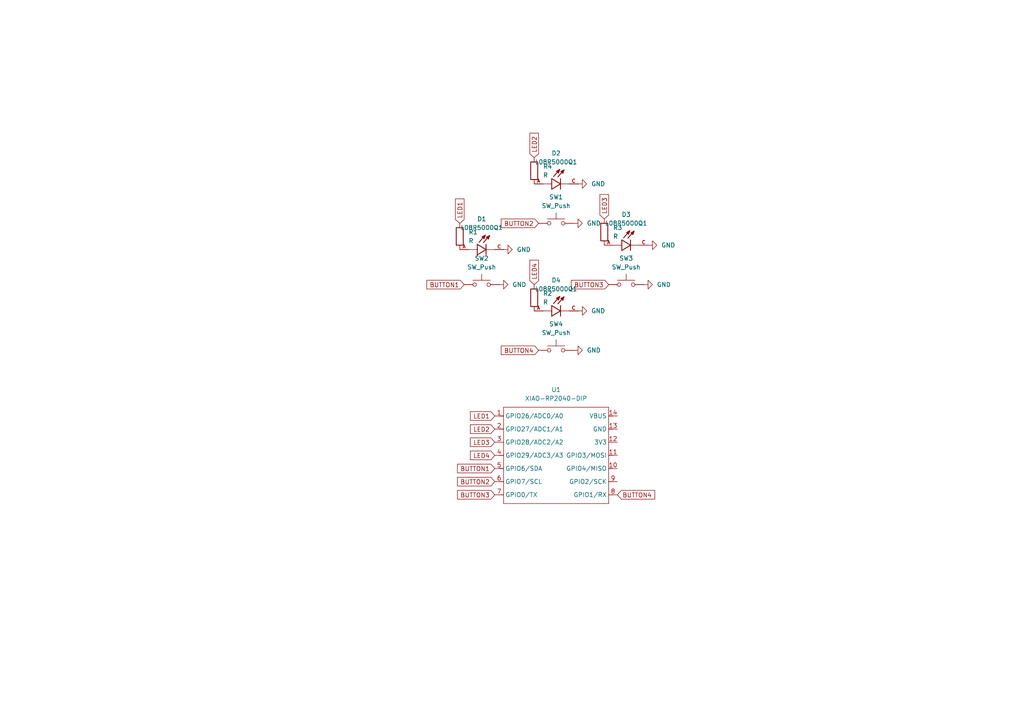
<source format=kicad_sch>
(kicad_sch (version 20250114) (generator "eeschema") (generator_version "9.0")
  (paper "A4")
  (lib_symbols
    (symbol "Device:R" (pin_numbers (hide yes)) (pin_names (offset 0))
      (property "Reference" "R" (at 2.032 0 90))
      (property "Value" "R" (at 0 0 90))
      (symbol "R_0_1"
        (rectangle (start -1.016 -2.54) (end 1.016 2.54) (stroke (width 0.254)))
      )
      (symbol "R_1_1"
        (pin passive line (at 0 3.81 270) (length 1.27) (name "~") (number "1"))
        (pin passive line (at 0 -3.81 90) (length 1.27) (name "~") (number "2"))
      )
    )
    (symbol "L08R5000Q1:L08R5000Q1" (pin_names (offset 1.016))
      (property "Reference" "D" (at -3.0988 4.4958 0))
      (property "Value" "L08R5000Q1" (at -3.556 -3.302 0))
      (symbol "L08R5000Q1_0_0"
        (polyline (pts (xy -2.54 1.524) (xy -2.54 0)) (stroke (width 0.254)))
        (polyline (pts (xy -2.54 0) (xy -5.08 0)) (stroke (width 0.1524)))
        (polyline (pts (xy -2.54 0) (xy -2.54 -1.524)) (stroke (width 0.254)))
        (polyline (pts (xy -2.54 -1.524) (xy 0 0)) (stroke (width 0.254)))
        (polyline (pts (xy -1.1176 3.683) (xy -0.2286 4.1656)) (stroke (width 0.254)))
        (polyline (pts (xy -0.9398 3.6068) (xy -0.7112 3.7592)) (stroke (width 0.254)))
        (polyline (pts (xy -0.5588 3.2004) (xy -1.1176 3.683)) (stroke (width 0.254)))
        (polyline (pts (xy -0.5588 3.2004) (xy -0.5334 3.937)) (stroke (width 0.254)))
        (polyline (pts (xy -0.5334 3.937) (xy -0.6604 3.937)) (stroke (width 0.254)))
        (polyline (pts (xy -0.2286 4.1656) (xy -2.0066 2.1336)) (stroke (width 0.254)))
        (polyline (pts (xy -0.2286 4.1656) (xy -0.5588 3.2004)) (stroke (width 0.254)))
        (polyline (pts (xy 0 1.524) (xy 0 0)) (stroke (width 0.254)))
        (polyline (pts (xy 0 0) (xy -2.54 1.524)) (stroke (width 0.254)))
        (polyline (pts (xy 0 0) (xy 0 -1.524)) (stroke (width 0.254)))
        (polyline (pts (xy 0.127 3.5814) (xy 1.016 4.064)) (stroke (width 0.254)))
        (polyline (pts (xy 0.3048 3.5052) (xy 0.5334 3.6576)) (stroke (width 0.254)))
        (polyline (pts (xy 0.6858 3.0988) (xy 0.127 3.5814)) (stroke (width 0.254)))
        (polyline (pts (xy 0.6858 3.0988) (xy 0.7112 3.8354)) (stroke (width 0.254)))
        (polyline (pts (xy 0.7112 3.8354) (xy 0.5842 3.8354)) (stroke (width 0.254)))
        (polyline (pts (xy 1.016 4.064) (xy -0.762 2.032)) (stroke (width 0.254)))
        (polyline (pts (xy 1.016 4.064) (xy 0.6858 3.0988)) (stroke (width 0.254)))
        (polyline (pts (xy 2.54 0) (xy 0 0)) (stroke (width 0.1524)))
        (pin passive line (at -7.62 0 0) (length 2.54) (name "~") (number "A"))
        (pin passive line (at 5.08 0 180) (length 2.54) (name "~") (number "C"))
      )
    )
    (symbol "Switch:SW_Push" (pin_numbers (hide yes)) (pin_names (offset 1.016) (hide yes))
      (property "Reference" "SW" (at 1.27 2.54 0))
      (property "Value" "SW_Push" (at 0 -1.524 0))
      (symbol "SW_Push_0_1"
        (circle (center -2.032 0) (radius 0.508))
        (polyline (pts (xy 0 1.27) (xy 0 3.048)))
        (circle (center 2.032 0) (radius 0.508))
        (polyline (pts (xy 2.54 1.27) (xy -2.54 1.27)))
        (pin passive line (at -5.08 0 0) (length 2.54) (name "1") (number "1"))
        (pin passive line (at 5.08 0 180) (length 2.54) (name "2") (number "2"))
      )
    )
    (symbol "XIAO-RP2040:XIAO-RP2040-DIP"
      (property "Reference" "U" (at 0 0 0))
      (property "Value" "XIAO-RP2040-DIP" (at 5.334 -1.778 0))
      (symbol "XIAO-RP2040-DIP_1_0"
        (polyline (pts (xy -1.27 -2.54) (xy 29.21 -2.54)) (stroke (width 0.1524)))
        (polyline (pts (xy -1.27 -5.08) (xy -2.54 -5.08)) (stroke (width 0.1524)))
        (polyline (pts (xy -1.27 -5.08) (xy -1.27 -2.54)) (stroke (width 0.1524)))
        (polyline (pts (xy -1.27 -8.89) (xy -2.54 -8.89)) (stroke (width 0.1524)))
        (polyline (pts (xy -1.27 -8.89) (xy -1.27 -5.08)) (stroke (width 0.1524)))
        (polyline (pts (xy -1.27 -12.7) (xy -2.54 -12.7)) (stroke (width 0.1524)))
        (polyline (pts (xy -1.27 -12.7) (xy -1.27 -8.89)) (stroke (width 0.1524)))
        (polyline (pts (xy -1.27 -16.51) (xy -2.54 -16.51)) (stroke (width 0.1524)))
        (polyline (pts (xy -1.27 -16.51) (xy -1.27 -12.7)) (stroke (width 0.1524)))
        (polyline (pts (xy -1.27 -20.32) (xy -2.54 -20.32)) (stroke (width 0.1524)))
        (polyline (pts (xy -1.27 -24.13) (xy -2.54 -24.13)) (stroke (width 0.1524)))
        (polyline (pts (xy -1.27 -27.94) (xy -2.54 -27.94)) (stroke (width 0.1524)))
        (polyline (pts (xy -1.27 -30.48) (xy -1.27 -16.51)) (stroke (width 0.1524)))
        (polyline (pts (xy 29.21 -2.54) (xy 29.21 -5.08)) (stroke (width 0.1524)))
        (polyline (pts (xy 29.21 -5.08) (xy 29.21 -8.89)) (stroke (width 0.1524)))
        (polyline (pts (xy 29.21 -8.89) (xy 29.21 -12.7)) (stroke (width 0.1524)))
        (polyline (pts (xy 29.21 -12.7) (xy 29.21 -30.48)) (stroke (width 0.1524)))
        (polyline (pts (xy 29.21 -30.48) (xy -1.27 -30.48)) (stroke (width 0.1524)))
        (polyline (pts (xy 30.48 -5.08) (xy 29.21 -5.08)) (stroke (width 0.1524)))
        (polyline (pts (xy 30.48 -8.89) (xy 29.21 -8.89)) (stroke (width 0.1524)))
        (polyline (pts (xy 30.48 -12.7) (xy 29.21 -12.7)) (stroke (width 0.1524)))
        (polyline (pts (xy 30.48 -16.51) (xy 29.21 -16.51)) (stroke (width 0.1524)))
        (polyline (pts (xy 30.48 -20.32) (xy 29.21 -20.32)) (stroke (width 0.1524)))
        (polyline (pts (xy 30.48 -24.13) (xy 29.21 -24.13)) (stroke (width 0.1524)))
        (polyline (pts (xy 30.48 -27.94) (xy 29.21 -27.94)) (stroke (width 0.1524)))
        (pin passive line (at -3.81 -5.08 0) (length 2.54) (name "GPIO26/ADC0/A0") (number "1"))
        (pin passive line (at -3.81 -8.89 0) (length 2.54) (name "GPIO27/ADC1/A1") (number "2"))
        (pin passive line (at -3.81 -12.7 0) (length 2.54) (name "GPIO28/ADC2/A2") (number "3"))
        (pin passive line (at -3.81 -16.51 0) (length 2.54) (name "GPIO29/ADC3/A3") (number "4"))
        (pin passive line (at -3.81 -20.32 0) (length 2.54) (name "GPIO6/SDA") (number "5"))
        (pin passive line (at -3.81 -24.13 0) (length 2.54) (name "GPIO7/SCL") (number "6"))
        (pin passive line (at -3.81 -27.94 0) (length 2.54) (name "GPIO0/TX") (number "7"))
        (pin passive line (at 31.75 -5.08 180) (length 2.54) (name "VBUS") (number "14"))
        (pin passive line (at 31.75 -8.89 180) (length 2.54) (name "GND") (number "13"))
        (pin passive line (at 31.75 -12.7 180) (length 2.54) (name "3V3") (number "12"))
        (pin passive line (at 31.75 -16.51 180) (length 2.54) (name "GPIO3/MOSI") (number "11"))
        (pin passive line (at 31.75 -20.32 180) (length 2.54) (name "GPIO4/MISO") (number "10"))
        (pin passive line (at 31.75 -24.13 180) (length 2.54) (name "GPIO2/SCK") (number "9"))
        (pin passive line (at 31.75 -27.94 180) (length 2.54) (name "GPIO1/RX") (number "8"))
      )
    )
    (symbol "power:GND" (power) (pin_numbers (hide yes)) (pin_names (offset 0) (hide yes))
      (property "Value" "GND" (at 0 -3.81 0))
      (symbol "GND_0_1"
        (polyline (pts (xy 0 0) (xy 0 -1.27) (xy 1.27 -1.27) (xy 0 -2.54) (xy -1.27 -1.27) (xy 0 -1.27)))
      )
      (symbol "GND_1_1"
        (pin power_in line (at 0 0 270) (length 0) (name "~") (number "1"))
      )
    )
  )
  (global_label "BUTTON2" (shape input) (at 156.21 64.77 180) (property "Intersheetrefs" "${INTERSHEET_REFS}" (effects (hide yes))))
  (global_label "LED1" (shape input) (at 143.51 120.65 180) (property "Intersheetrefs" "${INTERSHEET_REFS}" (effects (hide yes))))
  (global_label "BUTTON4" (shape input) (at 156.21 101.6 180) (property "Intersheetrefs" "${INTERSHEET_REFS}" (effects (hide yes))))
  (global_label "BUTTON1" (shape input) (at 134.62 82.55 180) (property "Intersheetrefs" "${INTERSHEET_REFS}" (effects (hide yes))))
  (global_label "BUTTON4" (shape input) (at 179.07 143.51 0) (property "Intersheetrefs" "${INTERSHEET_REFS}" (effects (hide yes))))
  (global_label "BUTTON3" (shape input) (at 176.53 82.55 180) (property "Intersheetrefs" "${INTERSHEET_REFS}" (effects (hide yes))))
  (global_label "LED2" (shape input) (at 154.94 45.72 90) (property "Intersheetrefs" "${INTERSHEET_REFS}" (effects (hide yes))))
  (global_label "LED4" (shape input) (at 143.51 132.08 180) (property "Intersheetrefs" "${INTERSHEET_REFS}" (effects (hide yes))))
  (global_label "LED4" (shape input) (at 154.94 82.55 90) (property "Intersheetrefs" "${INTERSHEET_REFS}" (effects (hide yes))))
  (global_label "BUTTON1" (shape input) (at 143.51 135.89 180) (property "Intersheetrefs" "${INTERSHEET_REFS}" (effects (hide yes))))
  (global_label "LED3" (shape input) (at 175.26 63.5 90) (property "Intersheetrefs" "${INTERSHEET_REFS}" (effects (hide yes))))
  (global_label "LED2" (shape input) (at 143.51 124.46 180) (property "Intersheetrefs" "${INTERSHEET_REFS}" (effects (hide yes))))
  (global_label "LED3" (shape input) (at 143.51 128.27 180) (property "Intersheetrefs" "${INTERSHEET_REFS}" (effects (hide yes))))
  (global_label "BUTTON2" (shape input) (at 143.51 139.7 180) (property "Intersheetrefs" "${INTERSHEET_REFS}" (effects (hide yes))))
  (global_label "BUTTON3" (shape input) (at 143.51 143.51 180) (property "Intersheetrefs" "${INTERSHEET_REFS}" (effects (hide yes))))
  (global_label "LED1" (shape input) (at 133.35 64.77 90) (property "Intersheetrefs" "${INTERSHEET_REFS}" (effects (hide yes))))
  (symbol (lib_id "Device:R") (at 133.35 68.58 0) (unit 1)
    (property "Reference" "R1" (at 135.89 67.3099 0) (effects (justify left)))
    (property "Value" "R" (at 135.89 69.8499 0) (effects (justify left)))
    (property "Footprint" "Resistor_THT:R_Axial_DIN0204_L3.6mm_D1.6mm_P5.08mm_Horizontal" (effects (hide yes)))
    (property "Description" "Resistor" (effects (hide yes)))
  )
  (symbol (lib_id "power:GND") (at 167.64 53.34 90) (unit 1)
    (property "Reference" "#PWR02" (effects (hide yes)))
    (property "Value" "GND" (at 171.45 53.3399 90) (effects (justify right)))
    (property "Description" "Power symbol creates a global label with name \"GND\" , ground" (effects (hide yes)))
  )
  (symbol (lib_id "L08R5000Q1:L08R5000Q1") (at 140.97 72.39 0) (unit 1)
    (property "Reference" "D1" (at 139.7 63.5 0))
    (property "Value" "L08R5000Q1" (at 139.7 66.04 0))
    (property "Footprint" "footprints:LEDRD254W57D500H1070" (effects (hide yes)))
    (property "MF" "LED Technology" (effects (hide yes)))
    (property "MAXIMUM_PACKAGE_HEIGHT" "10.7mm" (effects (hide yes)))
    (property "Package" "None" (effects (hide yes)))
    (property "Price" "None" (effects (hide yes)))
    (property "Check_prices" "https://www.snapeda.com/parts/L08R5000Q1/LED+Technology/view-part/?ref=eda" (effects (hide yes)))
    (property "STANDARD" "IPC-7351B" (effects (hide yes)))
    (property "PARTREV" "NA" (effects (hide yes)))
    (property "SnapEDA_Link" "https://www.snapeda.com/parts/L08R5000Q1/LED+Technology/view-part/?ref=snap" (effects (hide yes)))
    (property "MP" "L08R5000Q1" (effects (hide yes)))
    (property "Description_1" "LED, 5MM, ORANGE; LED / Lamp Size: 5mm / T-1 3/4; LED Colour: Orange; Typ Luminous Intensity: 4.3mcd; Viewing Angle: ..." (effects (hide yes)))
    (property "Availability" "Not in stock" (effects (hide yes)))
    (property "MANUFACTURER" "LED TECHNOLOGY" (effects (hide yes)))
  )
  (symbol (lib_id "L08R5000Q1:L08R5000Q1") (at 182.88 71.12 0) (unit 1)
    (property "Reference" "D3" (at 181.61 62.23 0))
    (property "Value" "L08R5000Q1" (at 181.61 64.77 0))
    (property "Footprint" "footprints:LEDRD254W57D500H1070" (effects (hide yes)))
    (property "MF" "LED Technology" (effects (hide yes)))
    (property "MAXIMUM_PACKAGE_HEIGHT" "10.7mm" (effects (hide yes)))
    (property "Package" "None" (effects (hide yes)))
    (property "Price" "None" (effects (hide yes)))
    (property "Check_prices" "https://www.snapeda.com/parts/L08R5000Q1/LED+Technology/view-part/?ref=eda" (effects (hide yes)))
    (property "STANDARD" "IPC-7351B" (effects (hide yes)))
    (property "PARTREV" "NA" (effects (hide yes)))
    (property "SnapEDA_Link" "https://www.snapeda.com/parts/L08R5000Q1/LED+Technology/view-part/?ref=snap" (effects (hide yes)))
    (property "MP" "L08R5000Q1" (effects (hide yes)))
    (property "Description_1" "LED, 5MM, ORANGE; LED / Lamp Size: 5mm / T-1 3/4; LED Colour: Orange; Typ Luminous Intensity: 4.3mcd; Viewing Angle: ..." (effects (hide yes)))
    (property "Availability" "Not in stock" (effects (hide yes)))
    (property "MANUFACTURER" "LED TECHNOLOGY" (effects (hide yes)))
  )
  (symbol (lib_id "Switch:SW_Push") (at 139.7 82.55 0) (unit 1)
    (property "Reference" "SW2" (at 139.7 74.93 0))
    (property "Value" "SW_Push" (at 139.7 77.47 0))
    (property "Footprint" "Button_Switch_Keyboard:SW_Cherry_MX_1.00u_PCB" (effects (hide yes)))
    (property "Description" "Push button switch, generic, two pins" (effects (hide yes)))
  )
  (symbol (lib_id "Device:R") (at 154.94 49.53 0) (unit 1)
    (property "Reference" "R4" (at 157.48 48.2599 0) (effects (justify left)))
    (property "Value" "R" (at 157.48 50.7999 0) (effects (justify left)))
    (property "Footprint" "Resistor_THT:R_Axial_DIN0204_L3.6mm_D1.6mm_P5.08mm_Horizontal" (effects (hide yes)))
    (property "Description" "Resistor" (effects (hide yes)))
  )
  (symbol (lib_id "L08R5000Q1:L08R5000Q1") (at 162.56 53.34 0) (unit 1)
    (property "Reference" "D2" (at 161.29 44.45 0))
    (property "Value" "L08R5000Q1" (at 161.29 46.99 0))
    (property "Footprint" "footprints:LEDRD254W57D500H1070" (effects (hide yes)))
    (property "MF" "LED Technology" (effects (hide yes)))
    (property "MAXIMUM_PACKAGE_HEIGHT" "10.7mm" (effects (hide yes)))
    (property "Package" "None" (effects (hide yes)))
    (property "Price" "None" (effects (hide yes)))
    (property "Check_prices" "https://www.snapeda.com/parts/L08R5000Q1/LED+Technology/view-part/?ref=eda" (effects (hide yes)))
    (property "STANDARD" "IPC-7351B" (effects (hide yes)))
    (property "PARTREV" "NA" (effects (hide yes)))
    (property "SnapEDA_Link" "https://www.snapeda.com/parts/L08R5000Q1/LED+Technology/view-part/?ref=snap" (effects (hide yes)))
    (property "MP" "L08R5000Q1" (effects (hide yes)))
    (property "Description_1" "LED, 5MM, ORANGE; LED / Lamp Size: 5mm / T-1 3/4; LED Colour: Orange; Typ Luminous Intensity: 4.3mcd; Viewing Angle: ..." (effects (hide yes)))
    (property "Availability" "Not in stock" (effects (hide yes)))
    (property "MANUFACTURER" "LED TECHNOLOGY" (effects (hide yes)))
  )
  (symbol (lib_id "power:GND") (at 144.78 82.55 90) (unit 1)
    (property "Reference" "#PWR06" (effects (hide yes)))
    (property "Value" "GND" (at 148.59 82.5499 90) (effects (justify right)))
    (property "Description" "Power symbol creates a global label with name \"GND\" , ground" (effects (hide yes)))
  )
  (symbol (lib_id "Device:R") (at 175.26 67.31 0) (unit 1)
    (property "Reference" "R3" (at 177.8 66.0399 0) (effects (justify left)))
    (property "Value" "R" (at 177.8 68.5799 0) (effects (justify left)))
    (property "Footprint" "Resistor_THT:R_Axial_DIN0204_L3.6mm_D1.6mm_P5.08mm_Horizontal" (effects (hide yes)))
    (property "Description" "Resistor" (effects (hide yes)))
  )
  (symbol (lib_id "power:GND") (at 146.05 72.39 90) (unit 1)
    (property "Reference" "#PWR03" (effects (hide yes)))
    (property "Value" "GND" (at 149.86 72.3899 90) (effects (justify right)))
    (property "Description" "Power symbol creates a global label with name \"GND\" , ground" (effects (hide yes)))
  )
  (symbol (lib_id "Switch:SW_Push") (at 161.29 101.6 0) (unit 1)
    (property "Reference" "SW4" (at 161.29 93.98 0))
    (property "Value" "SW_Push" (at 161.29 96.52 0))
    (property "Footprint" "Button_Switch_Keyboard:SW_Cherry_MX_1.00u_PCB" (effects (hide yes)))
    (property "Description" "Push button switch, generic, two pins" (effects (hide yes)))
  )
  (symbol (lib_id "power:GND") (at 166.37 101.6 90) (unit 1)
    (property "Reference" "#PWR05" (effects (hide yes)))
    (property "Value" "GND" (at 170.18 101.5999 90) (effects (justify right)))
    (property "Description" "Power symbol creates a global label with name \"GND\" , ground" (effects (hide yes)))
  )
  (symbol (lib_id "Device:R") (at 154.94 86.36 0) (unit 1)
    (property "Reference" "R2" (at 157.48 85.0899 0) (effects (justify left)))
    (property "Value" "R" (at 157.48 87.6299 0) (effects (justify left)))
    (property "Footprint" "Resistor_THT:R_Axial_DIN0204_L3.6mm_D1.6mm_P5.08mm_Horizontal" (effects (hide yes)))
    (property "Description" "Resistor" (effects (hide yes)))
  )
  (symbol (lib_id "Switch:SW_Push") (at 161.29 64.77 0) (unit 1)
    (property "Reference" "SW1" (at 161.29 57.15 0))
    (property "Value" "SW_Push" (at 161.29 59.69 0))
    (property "Footprint" "Button_Switch_Keyboard:SW_Cherry_MX_1.00u_PCB" (effects (hide yes)))
    (property "Description" "Push button switch, generic, two pins" (effects (hide yes)))
  )
  (symbol (lib_id "L08R5000Q1:L08R5000Q1") (at 162.56 90.17 0) (unit 1)
    (property "Reference" "D4" (at 161.29 81.28 0))
    (property "Value" "L08R5000Q1" (at 161.29 83.82 0))
    (property "Footprint" "footprints:LEDRD254W57D500H1070" (effects (hide yes)))
    (property "MF" "LED Technology" (effects (hide yes)))
    (property "MAXIMUM_PACKAGE_HEIGHT" "10.7mm" (effects (hide yes)))
    (property "Package" "None" (effects (hide yes)))
    (property "Price" "None" (effects (hide yes)))
    (property "Check_prices" "https://www.snapeda.com/parts/L08R5000Q1/LED+Technology/view-part/?ref=eda" (effects (hide yes)))
    (property "STANDARD" "IPC-7351B" (effects (hide yes)))
    (property "PARTREV" "NA" (effects (hide yes)))
    (property "SnapEDA_Link" "https://www.snapeda.com/parts/L08R5000Q1/LED+Technology/view-part/?ref=snap" (effects (hide yes)))
    (property "MP" "L08R5000Q1" (effects (hide yes)))
    (property "Description_1" "LED, 5MM, ORANGE; LED / Lamp Size: 5mm / T-1 3/4; LED Colour: Orange; Typ Luminous Intensity: 4.3mcd; Viewing Angle: ..." (effects (hide yes)))
    (property "Availability" "Not in stock" (effects (hide yes)))
    (property "MANUFACTURER" "LED TECHNOLOGY" (effects (hide yes)))
  )
  (symbol (lib_id "power:GND") (at 187.96 71.12 90) (unit 1)
    (property "Reference" "#PWR01" (effects (hide yes)))
    (property "Value" "GND" (at 191.77 71.1199 90) (effects (justify right)))
    (property "Description" "Power symbol creates a global label with name \"GND\" , ground" (effects (hide yes)))
  )
  (symbol (lib_id "Switch:SW_Push") (at 181.61 82.55 0) (unit 1)
    (property "Reference" "SW3" (at 181.61 74.93 0))
    (property "Value" "SW_Push" (at 181.61 77.47 0))
    (property "Footprint" "Button_Switch_Keyboard:SW_Cherry_MX_1.00u_PCB" (effects (hide yes)))
    (property "Description" "Push button switch, generic, two pins" (effects (hide yes)))
  )
  (symbol (lib_id "power:GND") (at 167.64 90.17 90) (unit 1)
    (property "Reference" "#PWR04" (effects (hide yes)))
    (property "Value" "GND" (at 171.45 90.1699 90) (effects (justify right)))
    (property "Description" "Power symbol creates a global label with name \"GND\" , ground" (effects (hide yes)))
  )
  (symbol (lib_id "power:GND") (at 166.37 64.77 90) (unit 1)
    (property "Reference" "#PWR07" (effects (hide yes)))
    (property "Value" "GND" (at 170.18 64.7699 90) (effects (justify right)))
    (property "Description" "Power symbol creates a global label with name \"GND\" , ground" (effects (hide yes)))
  )
  (symbol (lib_id "XIAO-RP2040:XIAO-RP2040-DIP") (at 147.32 115.57 0) (unit 1)
    (property "Reference" "U1" (at 161.29 113.03 0))
    (property "Value" "XIAO-RP2040-DIP" (at 161.29 115.57 0))
    (property "Footprint" "footprints:XIAO-RP2040-DIP" (effects (hide yes)))
  )
  (symbol (lib_id "power:GND") (at 186.69 82.55 90) (unit 1)
    (property "Reference" "#PWR09" (effects (hide yes)))
    (property "Value" "GND" (at 190.5 82.5499 90) (effects (justify right)))
    (property "Description" "Power symbol creates a global label with name \"GND\" , ground" (effects (hide yes)))
  )
)
</source>
